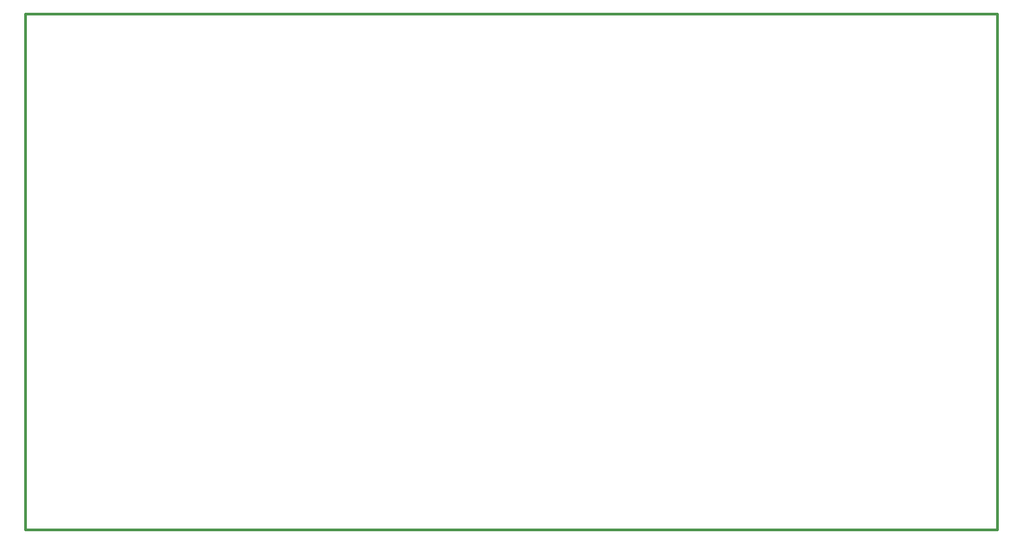
<source format=gko>
%FSLAX43Y43*%
%MOMM*%
G71*
G01*
G75*
%ADD10C,0.300*%
%ADD11R,1.600X1.800*%
%ADD12R,1.800X1.600*%
%ADD13R,1.600X0.300*%
%ADD14C,1.000*%
%ADD15C,0.500*%
%ADD16C,0.400*%
%ADD17C,0.600*%
%ADD18C,1.500*%
%ADD19R,1.400X1.400*%
%ADD20C,2.000*%
%ADD21R,1.500X1.500*%
%ADD22C,4.000*%
%ADD23C,5.000*%
%ADD24C,1.400*%
%ADD25C,4.760*%
%ADD26R,2.000X2.000*%
%ADD27C,1.100*%
%ADD28C,0.125*%
%ADD29R,4.000X3.000*%
%ADD30R,0.850X1.300*%
%ADD31R,1.300X0.850*%
%ADD32R,1.500X3.000*%
%ADD33R,12.200X9.300*%
%ADD34R,1.803X2.003*%
%ADD35R,2.003X1.803*%
%ADD36R,1.803X0.503*%
%ADD37C,1.703*%
%ADD38R,1.603X1.603*%
%ADD39C,2.203*%
%ADD40R,1.703X1.703*%
%ADD41C,4.203*%
%ADD42C,5.203*%
%ADD43C,1.603*%
%ADD44C,4.963*%
%ADD45R,2.203X2.203*%
%ADD46C,1.303*%
%ADD47R,4.203X3.203*%
%ADD48R,1.053X1.503*%
%ADD49R,1.503X1.053*%
%ADD50R,1.703X3.203*%
%ADD51R,12.403X9.503*%
D10*
X70000Y0D02*
X122500D01*
X70000Y65000D02*
X122500D01*
Y0D02*
Y65000D01*
X17500Y0D02*
X70000D01*
X0Y65000D02*
X70000D01*
X0Y0D02*
X17500D01*
X0Y0D02*
Y65000D01*
M02*

</source>
